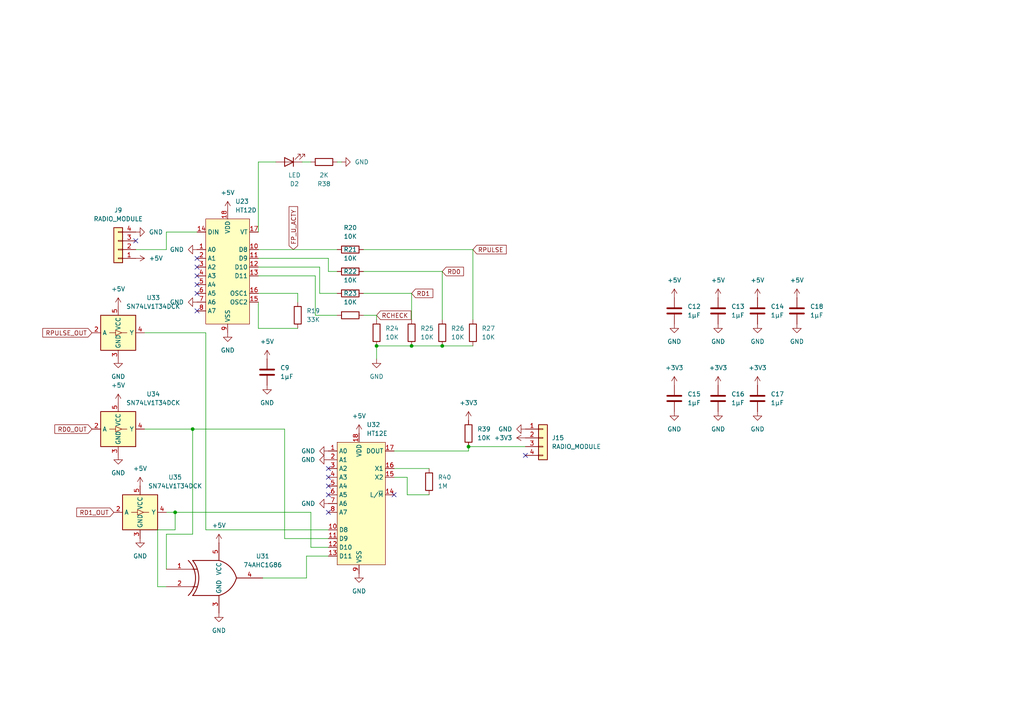
<source format=kicad_sch>
(kicad_sch (version 20250114) (generator "eeschema") (generator_version "9.0")
  (paper "A4")
  (lib_symbols
    (symbol "74xGxx:74AHC1G86"
      (property "Reference" "U" (at -2.54 3.81 0))
      (property "Value" "74AHC1G86" (at 0 -3.81 0))
      (symbol "74AHC1G86_0_1"
        (arc (start -8.89 5.08) (mid -6.7858 0) (end -8.89 -5.08) (stroke (width 0.254)))
        (arc (start -7.62 5.08) (mid -5.838 0) (end -7.62 -5.08) (stroke (width 0.254)))
        (polyline (pts (xy -7.62 2.54) (xy -6.35 2.54)) (stroke (width 0.254)) (fill (type background)))
        (polyline (pts (xy -7.62 -2.54) (xy -6.35 -2.54)) (stroke (width 0.254)) (fill (type background)))
        (arc (start 5.08 0) (mid 3.202 -3.202) (end 0 -5.08) (stroke (width 0.254)))
        (arc (start 0 5.08) (mid 3.2271 3.2271) (end 5.08 0) (stroke (width 0.254)))
        (polyline (pts (xy 0 5.08) (xy -7.62 5.08)) (stroke (width 0.254)) (fill (type background)))
        (polyline (pts (xy 0 -5.08) (xy -7.62 -5.08)) (stroke (width 0.254)) (fill (type background)))
      )
      (symbol "74AHC1G86_1_1"
        (pin input line (at -15.24 2.54 0) (length 7.62) (name "~") (number "1"))
        (pin input line (at -15.24 -2.54 0) (length 7.62) (name "~") (number "2"))
        (pin power_in line (at 0 10.16 270) (length 5.08) (name "VCC") (number "5"))
        (pin power_in line (at 0 -10.16 90) (length 5.08) (name "GND") (number "3"))
        (pin output line (at 12.7 0 180) (length 7.62) (name "~") (number "4"))
      )
    )
    (symbol "Connector_Generic:Conn_01x04" (pin_names (offset 1.016) (hide yes))
      (property "Reference" "J" (at 0 5.08 0))
      (property "Value" "Conn_01x04" (at 0 -7.62 0))
      (symbol "Conn_01x04_1_1"
        (rectangle (start -1.27 3.81) (end 1.27 -6.35) (stroke (width 0.254)) (fill (type background)))
        (rectangle (start -1.27 2.667) (end 0 2.413) (stroke (width 0.1524)))
        (rectangle (start -1.27 0.127) (end 0 -0.127) (stroke (width 0.1524)))
        (rectangle (start -1.27 -2.413) (end 0 -2.667) (stroke (width 0.1524)))
        (rectangle (start -1.27 -4.953) (end 0 -5.207) (stroke (width 0.1524)))
        (pin passive line (at -5.08 2.54 0) (length 3.81) (name "Pin_1") (number "1"))
        (pin passive line (at -5.08 0 0) (length 3.81) (name "Pin_2") (number "2"))
        (pin passive line (at -5.08 -2.54 0) (length 3.81) (name "Pin_3") (number "3"))
        (pin passive line (at -5.08 -5.08 0) (length 3.81) (name "Pin_4") (number "4"))
      )
    )
    (symbol "Device:C" (pin_numbers (hide yes)) (pin_names (offset 0.254))
      (property "Reference" "C" (at 0.635 2.54 0))
      (property "Value" "C" (at 0.635 -2.54 0))
      (symbol "C_0_1"
        (polyline (pts (xy -2.032 0.762) (xy 2.032 0.762)) (stroke (width 0.508)))
        (polyline (pts (xy -2.032 -0.762) (xy 2.032 -0.762)) (stroke (width 0.508)))
      )
      (symbol "C_1_1"
        (pin passive line (at 0 3.81 270) (length 2.794) (name "~") (number "1"))
        (pin passive line (at 0 -3.81 90) (length 2.794) (name "~") (number "2"))
      )
    )
    (symbol "Device:LED" (pin_numbers (hide yes)) (pin_names (offset 1.016) (hide yes))
      (property "Reference" "D" (at 0 2.54 0))
      (property "Value" "LED" (at 0 -2.54 0))
      (symbol "LED_0_1"
        (polyline (pts (xy -3.048 -0.762) (xy -4.572 -2.286) (xy -3.81 -2.286) (xy -4.572 -2.286) (xy -4.572 -1.524)))
        (polyline (pts (xy -1.778 -0.762) (xy -3.302 -2.286) (xy -2.54 -2.286) (xy -3.302 -2.286) (xy -3.302 -1.524)))
        (polyline (pts (xy -1.27 0) (xy 1.27 0)))
        (polyline (pts (xy -1.27 -1.27) (xy -1.27 1.27)) (stroke (width 0.254)))
        (polyline (pts (xy 1.27 -1.27) (xy 1.27 1.27) (xy -1.27 0) (xy 1.27 -1.27)) (stroke (width 0.254)))
      )
      (symbol "LED_1_1"
        (pin passive line (at -3.81 0 0) (length 2.54) (name "K") (number "1"))
        (pin passive line (at 3.81 0 180) (length 2.54) (name "A") (number "2"))
      )
    )
    (symbol "Device:R" (pin_numbers (hide yes)) (pin_names (offset 0))
      (property "Reference" "R" (at 2.032 0 90))
      (property "Value" "R" (at 0 0 90))
      (symbol "R_0_1"
        (rectangle (start -1.016 -2.54) (end 1.016 2.54) (stroke (width 0.254)))
      )
      (symbol "R_1_1"
        (pin passive line (at 0 3.81 270) (length 1.27) (name "~") (number "1"))
        (pin passive line (at 0 -3.81 90) (length 1.27) (name "~") (number "2"))
      )
    )
    (symbol "Logic_LevelTranslator:SN74LV1T34DCK"
      (property "Reference" "U" (at 5.08 6.35 0))
      (property "Value" "SN74LV1T34DCK" (at 5.08 3.81 0))
      (symbol "SN74LV1T34DCK_0_1"
        (rectangle (start -5.08 5.08) (end 5.08 -5.08) (stroke (width 0.254)) (fill (type background)))
        (polyline (pts (xy -0.762 0) (xy -2.54 0)))
        (polyline (pts (xy 1.016 0) (xy 2.54 0)))
      )
      (symbol "SN74LV1T34DCK_1_1"
        (polyline (pts (xy -0.762 -0.762) (xy -0.762 0.762) (xy 1.016 0) (xy -0.762 -0.762)))
        (pin input line (at -7.62 0 0) (length 2.54) (name "A") (number "2"))
        (pin no_connect line (at -5.08 2.54 0) (length 2.54) (hide yes) (name "NC") (number "1"))
        (pin power_in line (at 0 7.62 270) (length 2.54) (name "VCC") (number "5"))
        (pin power_in line (at 0 -7.62 90) (length 2.54) (name "GND") (number "3"))
        (pin output line (at 7.62 0 180) (length 2.54) (name "Y") (number "4"))
      )
    )
    (symbol "TholinsStuff:HT12D"
      (property "Reference" "U" (at 0 0 0))
      (property "Value" "HT12D" (at 0 0 0))
      (symbol "HT12D_0_0"
        (pin input line (at -8.89 -8.89 0) (length 2.54) (name "DIN") (number "14"))
        (pin input line (at -8.89 -13.97 0) (length 2.54) (name "A0") (number "1"))
        (pin input line (at -8.89 -16.51 0) (length 2.54) (name "A1") (number "2"))
        (pin input line (at -8.89 -19.05 0) (length 2.54) (name "A2") (number "3"))
        (pin input line (at -8.89 -21.59 0) (length 2.54) (name "A3") (number "4"))
        (pin input line (at -8.89 -24.13 0) (length 2.54) (name "A4") (number "5"))
        (pin input line (at -8.89 -26.67 0) (length 2.54) (name "A5") (number "6"))
        (pin input line (at -8.89 -29.21 0) (length 2.54) (name "A6") (number "7"))
        (pin input line (at -8.89 -31.75 0) (length 2.54) (name "A7") (number "8"))
        (pin power_in line (at 0 -2.54 270) (length 2.54) (name "VDD") (number "18"))
        (pin power_in line (at 0 -38.1 90) (length 2.54) (name "VSS") (number "9"))
        (pin output line (at 8.89 -8.89 180) (length 2.54) (name "VT") (number "17"))
        (pin output line (at 8.89 -13.97 180) (length 2.54) (name "D8") (number "10"))
        (pin output line (at 8.89 -16.51 180) (length 2.54) (name "D9") (number "11"))
        (pin output line (at 8.89 -19.05 180) (length 2.54) (name "D10") (number "12"))
        (pin output line (at 8.89 -21.59 180) (length 2.54) (name "D11") (number "13"))
        (pin bidirectional line (at 8.89 -26.67 180) (length 2.54) (name "OSC1") (number "16"))
        (pin bidirectional line (at 8.89 -29.21 180) (length 2.54) (name "OSC2") (number "15"))
      )
      (symbol "HT12D_1_1"
        (rectangle (start -6.35 -5.08) (end 6.35 -35.56) (fill (type background)))
      )
    )
    (symbol "TholinsStuff:HT12E"
      (property "Reference" "U" (at 0 0 0))
      (property "Value" "HT12E" (at 0 0 0))
      (symbol "HT12E_0_0"
        (pin input line (at -8.89 -7.62 0) (length 2.54) (name "A0") (number "1"))
        (pin input line (at -8.89 -10.16 0) (length 2.54) (name "A1") (number "2"))
        (pin input line (at -8.89 -12.7 0) (length 2.54) (name "A2") (number "3"))
        (pin input line (at -8.89 -15.24 0) (length 2.54) (name "A3") (number "4"))
        (pin input line (at -8.89 -17.78 0) (length 2.54) (name "A4") (number "5"))
        (pin input line (at -8.89 -20.32 0) (length 2.54) (name "A5") (number "6"))
        (pin input line (at -8.89 -22.86 0) (length 2.54) (name "A6") (number "7"))
        (pin input line (at -8.89 -25.4 0) (length 2.54) (name "A7") (number "8"))
        (pin input line (at -8.89 -30.48 0) (length 2.54) (name "D8") (number "10"))
        (pin input line (at -8.89 -33.02 0) (length 2.54) (name "D9") (number "11"))
        (pin input line (at -8.89 -35.56 0) (length 2.54) (name "D10") (number "12"))
        (pin input line (at -8.89 -38.1 0) (length 2.54) (name "D11") (number "13"))
        (pin power_in line (at 0 -2.54 270) (length 2.54) (name "VDD") (number "18"))
        (pin power_in line (at 0 -43.18 90) (length 2.54) (name "VSS") (number "9"))
        (pin output line (at 10.16 -7.62 180) (length 2.54) (name "DOUT") (number "17"))
        (pin bidirectional line (at 10.16 -12.7 180) (length 2.54) (name "X1") (number "16"))
        (pin bidirectional line (at 10.16 -15.24 180) (length 2.54) (name "X2") (number "15"))
        (pin input line (at 10.16 -20.32 180) (length 2.54) (name "L/~{M}") (number "14"))
      )
      (symbol "HT12E_1_1"
        (rectangle (start -6.35 -5.08) (end 7.62 -40.64) (fill (type background)))
      )
    )
    (symbol "power:+3V3" (power) (pin_names (offset 0))
      (property "Value" "+3V3" (at 0 3.556 0))
      (symbol "+3V3_0_1"
        (polyline (pts (xy -0.762 1.27) (xy 0 2.54)))
        (polyline (pts (xy 0 2.54) (xy 0.762 1.27)))
        (polyline (pts (xy 0 0) (xy 0 2.54)))
      )
      (symbol "+3V3_1_1"
        (pin power_in line (at 0 0 90) (length 0) (hide yes) (name "+3V3") (number "1"))
      )
    )
    (symbol "power:+5V" (power) (pin_numbers (hide yes)) (pin_names (offset 0) (hide yes))
      (property "Value" "+5V" (at 0 3.556 0))
      (symbol "+5V_0_1"
        (polyline (pts (xy -0.762 1.27) (xy 0 2.54)))
        (polyline (pts (xy 0 2.54) (xy 0.762 1.27)))
        (polyline (pts (xy 0 0) (xy 0 2.54)))
      )
      (symbol "+5V_1_1"
        (pin power_in line (at 0 0 90) (length 0) (name "~") (number "1"))
      )
    )
    (symbol "power:GND" (power) (pin_names (offset 0))
      (property "Value" "GND" (at 0 -3.81 0))
      (symbol "GND_0_1"
        (polyline (pts (xy 0 0) (xy 0 -1.27) (xy 1.27 -1.27) (xy 0 -2.54) (xy -1.27 -1.27) (xy 0 -1.27)))
      )
      (symbol "GND_1_1"
        (pin power_in line (at 0 0 270) (length 0) (hide yes) (name "GND") (number "1"))
      )
    )
  )
  (junction (at 50.8 148.59))
  (junction (at 135.89 129.54))
  (junction (at 55.88 124.46))
  (junction (at 119.38 100.33))
  (junction (at 128.27 100.33))
  (junction (at 109.22 100.33))
  (no_connect (at 57.15 90.17))
  (no_connect (at 95.25 140.97))
  (no_connect (at 95.25 135.89))
  (no_connect (at 57.15 77.47))
  (no_connect (at 114.3 143.51))
  (no_connect (at 95.25 148.59))
  (no_connect (at 57.15 80.01))
  (no_connect (at 57.15 85.09))
  (no_connect (at 39.37 69.85))
  (no_connect (at 57.15 74.93))
  (no_connect (at 95.25 143.51))
  (no_connect (at 57.15 82.55))
  (no_connect (at 152.4 132.08))
  (no_connect (at 95.25 138.43))
  (wire (pts (xy 48.26 148.59) (xy 50.8 148.59)))
  (wire (pts (xy 91.44 91.44) (xy 97.79 91.44)))
  (wire (pts (xy 82.55 156.21) (xy 95.25 156.21)))
  (wire (pts (xy 48.26 154.94) (xy 55.88 154.94)))
  (wire (pts (xy 59.69 153.67) (xy 95.25 153.67)))
  (wire (pts (xy 74.93 72.39) (xy 97.79 72.39)))
  (wire (pts (xy 119.38 85.09) (xy 119.38 92.71)))
  (wire (pts (xy 41.91 96.52) (xy 59.69 96.52)))
  (wire (pts (xy 114.3 135.89) (xy 124.46 135.89)))
  (wire (pts (xy 137.16 100.33) (xy 128.27 100.33)))
  (wire (pts (xy 48.26 72.39) (xy 39.37 72.39)))
  (wire (pts (xy 95.25 78.74) (xy 97.79 78.74)))
  (wire (pts (xy 128.27 78.74) (xy 128.27 92.71)))
  (wire (pts (xy 82.55 124.46) (xy 82.55 156.21)))
  (wire (pts (xy 41.91 124.46) (xy 55.88 124.46)))
  (wire (pts (xy 135.89 129.54) (xy 152.4 129.54)))
  (wire (pts (xy 92.71 77.47) (xy 92.71 85.09)))
  (wire (pts (xy 114.3 138.43) (xy 118.11 138.43)))
  (wire (pts (xy 128.27 100.33) (xy 119.38 100.33)))
  (wire (pts (xy 90.17 158.75) (xy 95.25 158.75)))
  (wire (pts (xy 48.26 170.18) (xy 45.72 170.18)))
  (wire (pts (xy 118.11 138.43) (xy 118.11 143.51)))
  (wire (pts (xy 119.38 100.33) (xy 109.22 100.33)))
  (wire (pts (xy 105.41 85.09) (xy 119.38 85.09)))
  (wire (pts (xy 88.9 167.64) (xy 76.2 167.64)))
  (wire (pts (xy 118.11 143.51) (xy 124.46 143.51)))
  (wire (pts (xy 105.41 91.44) (xy 109.22 91.44)))
  (wire (pts (xy 45.72 170.18) (xy 45.72 153.67)))
  (wire (pts (xy 105.41 72.39) (xy 137.16 72.39)))
  (wire (pts (xy 109.22 91.44) (xy 109.22 92.71)))
  (wire (pts (xy 137.16 72.39) (xy 137.16 92.71)))
  (wire (pts (xy 105.41 78.74) (xy 128.27 78.74)))
  (wire (pts (xy 95.25 161.29) (xy 88.9 161.29)))
  (wire (pts (xy 109.22 100.33) (xy 109.22 104.14)))
  (wire (pts (xy 74.93 77.47) (xy 92.71 77.47)))
  (wire (pts (xy 50.8 148.59) (xy 90.17 148.59)))
  (wire (pts (xy 114.3 130.81) (xy 135.89 130.81)))
  (wire (pts (xy 91.44 80.01) (xy 91.44 91.44)))
  (wire (pts (xy 86.36 85.09) (xy 86.36 87.63)))
  (wire (pts (xy 74.93 46.99) (xy 74.93 67.31)))
  (wire (pts (xy 74.93 74.93) (xy 95.25 74.93)))
  (wire (pts (xy 48.26 67.31) (xy 48.26 72.39)))
  (wire (pts (xy 74.93 87.63) (xy 74.93 95.25)))
  (wire (pts (xy 95.25 74.93) (xy 95.25 78.74)))
  (wire (pts (xy 88.9 161.29) (xy 88.9 167.64)))
  (wire (pts (xy 92.71 85.09) (xy 97.79 85.09)))
  (wire (pts (xy 50.8 153.67) (xy 50.8 148.59)))
  (wire (pts (xy 55.88 154.94) (xy 55.88 124.46)))
  (wire (pts (xy 135.89 130.81) (xy 135.89 129.54)))
  (wire (pts (xy 74.93 80.01) (xy 91.44 80.01)))
  (wire (pts (xy 74.93 95.25) (xy 86.36 95.25)))
  (wire (pts (xy 80.01 46.99) (xy 74.93 46.99)))
  (wire (pts (xy 55.88 124.46) (xy 82.55 124.46)))
  (wire (pts (xy 74.93 85.09) (xy 86.36 85.09)))
  (wire (pts (xy 45.72 153.67) (xy 50.8 153.67)))
  (wire (pts (xy 57.15 67.31) (xy 48.26 67.31)))
  (wire (pts (xy 48.26 165.1) (xy 48.26 154.94)))
  (wire (pts (xy 97.79 46.99) (xy 99.06 46.99)))
  (wire (pts (xy 59.69 96.52) (xy 59.69 153.67)))
  (wire (pts (xy 90.17 148.59) (xy 90.17 158.75)))
  (wire (pts (xy 87.63 46.99) (xy 90.17 46.99)))
  (global_label "RD1" (shape input) (at 119.38 85.09 0) (property "Intersheetrefs" "${INTERSHEET_REFS}" (effects (hide yes))))
  (global_label "RD0_OUT" (shape input) (at 26.67 124.46 180) (property "Intersheetrefs" "${INTERSHEET_REFS}" (effects (hide yes))))
  (global_label "RD1_OUT" (shape input) (at 33.02 148.59 180) (property "Intersheetrefs" "${INTERSHEET_REFS}" (effects (hide yes))))
  (global_label "RPULSE_OUT" (shape input) (at 26.67 96.52 180) (property "Intersheetrefs" "${INTERSHEET_REFS}" (effects (hide yes))))
  (global_label "FP_U_ACTY" (shape input) (at 85.09 72.39 90) (property "Intersheetrefs" "${INTERSHEET_REFS}" (effects (hide yes))))
  (global_label "RD0" (shape input) (at 128.27 78.74 0) (property "Intersheetrefs" "${INTERSHEET_REFS}" (effects (hide yes))))
  (global_label "RCHECK" (shape input) (at 109.22 91.44 0) (property "Intersheetrefs" "${INTERSHEET_REFS}" (effects (hide yes))))
  (global_label "RPULSE" (shape input) (at 137.16 72.39 0) (property "Intersheetrefs" "${INTERSHEET_REFS}" (effects (hide yes))))
  (symbol (lib_id "power:GND") (at 77.47 111.76 0) (unit 1)
    (property "Reference" "#PWR0103" (effects (hide yes)))
    (property "Value" "GND" (at 77.47 116.84 0))
  )
  (symbol (lib_id "power:+5V") (at 66.04 60.96 0) (unit 1)
    (property "Reference" "#PWR096" (effects (hide yes)))
    (property "Value" "+5V" (at 66.04 55.88 0))
    (property "Description" "Power symbol creates a global label with name \"+5V\"" (effects (hide yes)))
  )
  (symbol (lib_id "power:GND") (at 231.14 93.98 0) (unit 1)
    (property "Reference" "#PWR0164" (effects (hide yes)))
    (property "Value" "GND" (at 231.14 99.06 0))
  )
  (symbol (lib_id "power:GND") (at 57.15 72.39 270) (unit 1)
    (property "Reference" "#PWR098" (effects (hide yes)))
    (property "Value" "GND" (at 53.34 72.3899 90) (effects (justify right)))
  )
  (symbol (lib_id "Device:R") (at 101.6 78.74 90) (unit 1)
    (property "Reference" "R21" (at 101.6 72.39 90))
    (property "Value" "10K" (at 101.6 74.93 90))
    (property "Footprint" "Resistor_SMD:R_1206_3216Metric_Pad1.30x1.75mm_HandSolder" (effects (hide yes)))
  )
  (symbol (lib_id "power:GND") (at 66.04 96.52 0) (unit 1)
    (property "Reference" "#PWR097" (effects (hide yes)))
    (property "Value" "GND" (at 66.04 101.6 0))
  )
  (symbol (lib_id "power:+3V3") (at 208.28 111.76 0) (unit 1)
    (property "Reference" "#PWR0159" (effects (hide yes)))
    (property "Value" "+3V3" (at 208.28 106.68 0))
    (property "Description" "Power symbol creates a global label with name \"+3V3\"" (effects (hide yes)))
  )
  (symbol (lib_id "Device:C") (at 231.14 90.17 180) (unit 1)
    (property "Reference" "C18" (at 234.95 88.8999 0) (effects (justify right)))
    (property "Value" "1µF" (at 234.95 91.4399 0) (effects (justify right)))
    (property "Footprint" "Capacitor_SMD:C_0805_2012Metric_Pad1.18x1.45mm_HandSolder" (effects (hide yes)))
  )
  (symbol (lib_id "Logic_LevelTranslator:SN74LV1T34DCK") (at 34.29 124.46 0) (unit 1)
    (property "Reference" "U34" (at 44.45 114.3 0))
    (property "Value" "SN74LV1T34DCK" (at 44.45 116.84 0))
    (property "Footprint" "Package_TO_SOT_SMD:SOT-23-5" (effects (hide yes)))
    (property "Datasheet" "https://www.ti.com/lit/ds/symlink/sn74lv1t34.pdf" (effects (hide yes)))
    (property "VerilogCode" "assign Y = A;" (effects (hide yes)))
  )
  (symbol (lib_id "power:+5V") (at 208.28 86.36 0) (unit 1)
    (property "Reference" "#PWR0153" (effects (hide yes)))
    (property "Value" "+5V" (at 208.28 81.28 0))
    (property "Description" "Power symbol creates a global label with name \"+5V\"" (effects (hide yes)))
  )
  (symbol (lib_id "power:+3V3") (at 219.71 111.76 0) (unit 1)
    (property "Reference" "#PWR0161" (effects (hide yes)))
    (property "Value" "+3V3" (at 219.71 106.68 0))
    (property "Description" "Power symbol creates a global label with name \"+3V3\"" (effects (hide yes)))
  )
  (symbol (lib_id "power:GND") (at 208.28 93.98 0) (unit 1)
    (property "Reference" "#PWR0154" (effects (hide yes)))
    (property "Value" "GND" (at 208.28 99.06 0))
  )
  (symbol (lib_id "power:+5V") (at 104.14 125.73 0) (unit 1)
    (property "Reference" "#PWR0136" (effects (hide yes)))
    (property "Value" "+5V" (at 104.14 120.65 0))
    (property "Description" "Power symbol creates a global label with name \"+5V\"" (effects (hide yes)))
  )
  (symbol (lib_id "Device:C") (at 219.71 90.17 180) (unit 1)
    (property "Reference" "C14" (at 223.52 88.8999 0) (effects (justify right)))
    (property "Value" "1µF" (at 223.52 91.4399 0) (effects (justify right)))
    (property "Footprint" "Capacitor_SMD:C_0805_2012Metric_Pad1.18x1.45mm_HandSolder" (effects (hide yes)))
  )
  (symbol (lib_id "power:+5V") (at 40.64 140.97 0) (unit 1)
    (property "Reference" "#PWR0145" (effects (hide yes)))
    (property "Value" "+5V" (at 40.64 135.89 0))
    (property "Description" "Power symbol creates a global label with name \"+5V\"" (effects (hide yes)))
  )
  (symbol (lib_id "Device:R") (at 119.38 96.52 180) (unit 1)
    (property "Reference" "R25" (at 121.92 95.2499 0) (effects (justify right)))
    (property "Value" "10K" (at 121.92 97.7899 0) (effects (justify right)))
    (property "Footprint" "Resistor_SMD:R_1206_3216Metric_Pad1.30x1.75mm_HandSolder" (effects (hide yes)))
  )
  (symbol (lib_id "power:GND") (at 195.58 93.98 0) (unit 1)
    (property "Reference" "#PWR0152" (effects (hide yes)))
    (property "Value" "GND" (at 195.58 99.06 0))
  )
  (symbol (lib_id "Device:C") (at 219.71 115.57 180) (unit 1)
    (property "Reference" "C17" (at 223.52 114.2999 0) (effects (justify right)))
    (property "Value" "1µF" (at 223.52 116.8399 0) (effects (justify right)))
    (property "Footprint" "Capacitor_SMD:C_0805_2012Metric_Pad1.18x1.45mm_HandSolder" (effects (hide yes)))
  )
  (symbol (lib_id "power:+5V") (at 63.5 157.48 0) (unit 1)
    (property "Reference" "#PWR0143" (effects (hide yes)))
    (property "Value" "+5V" (at 63.5 152.4 0))
    (property "Description" "Power symbol creates a global label with name \"+5V\"" (effects (hide yes)))
  )
  (symbol (lib_id "power:GND") (at 219.71 119.38 0) (unit 1)
    (property "Reference" "#PWR0162" (effects (hide yes)))
    (property "Value" "GND" (at 219.71 124.46 0))
  )
  (symbol (lib_id "power:GND") (at 95.25 133.35 270) (unit 1)
    (property "Reference" "#PWR0142" (effects (hide yes)))
    (property "Value" "GND" (at 91.44 133.3499 90) (effects (justify right)))
  )
  (symbol (lib_id "power:+3V3") (at 135.89 121.92 0) (unit 1)
    (property "Reference" "#PWR0139" (effects (hide yes)))
    (property "Value" "+3V3" (at 135.89 116.84 0))
    (property "Description" "Power symbol creates a global label with name \"+3V3\"" (effects (hide yes)))
  )
  (symbol (lib_id "power:+3V3") (at 195.58 111.76 0) (unit 1)
    (property "Reference" "#PWR0157" (effects (hide yes)))
    (property "Value" "+3V3" (at 195.58 106.68 0))
    (property "Description" "Power symbol creates a global label with name \"+3V3\"" (effects (hide yes)))
  )
  (symbol (lib_id "Device:R") (at 93.98 46.99 270) (unit 1)
    (property "Reference" "R38" (at 93.98 53.34 90))
    (property "Value" "2K" (at 93.98 50.8 90))
    (property "Footprint" "Resistor_SMD:R_1206_3216Metric_Pad1.30x1.75mm_HandSolder" (effects (hide yes)))
    (property "VerilogCode" "assign _1 = _2;" (effects (hide yes)))
  )
  (symbol (lib_id "power:GND") (at 195.58 119.38 0) (unit 1)
    (property "Reference" "#PWR0158" (effects (hide yes)))
    (property "Value" "GND" (at 195.58 124.46 0))
  )
  (symbol (lib_id "power:GND") (at 208.28 119.38 0) (unit 1)
    (property "Reference" "#PWR0160" (effects (hide yes)))
    (property "Value" "GND" (at 208.28 124.46 0))
  )
  (symbol (lib_id "Device:C") (at 195.58 115.57 180) (unit 1)
    (property "Reference" "C15" (at 199.39 114.2999 0) (effects (justify right)))
    (property "Value" "1µF" (at 199.39 116.8399 0) (effects (justify right)))
    (property "Footprint" "Capacitor_SMD:C_0805_2012Metric_Pad1.18x1.45mm_HandSolder" (effects (hide yes)))
  )
  (symbol (lib_id "power:GND") (at 152.4 124.46 270) (unit 1)
    (property "Reference" "#PWR0137" (effects (hide yes)))
    (property "Value" "GND" (at 148.59 124.4599 90) (effects (justify right)))
  )
  (symbol (lib_id "Device:C") (at 208.28 90.17 180) (unit 1)
    (property "Reference" "C13" (at 212.09 88.8999 0) (effects (justify right)))
    (property "Value" "1µF" (at 212.09 91.4399 0) (effects (justify right)))
    (property "Footprint" "Capacitor_SMD:C_0805_2012Metric_Pad1.18x1.45mm_HandSolder" (effects (hide yes)))
  )
  (symbol (lib_id "power:GND") (at 104.14 166.37 0) (unit 1)
    (property "Reference" "#PWR0119" (effects (hide yes)))
    (property "Value" "GND" (at 104.14 171.45 0))
  )
  (symbol (lib_id "power:GND") (at 99.06 46.99 90) (unit 1)
    (property "Reference" "#PWR0132" (effects (hide yes)))
    (property "Value" "GND" (at 102.87 46.9899 90) (effects (justify right)))
  )
  (symbol (lib_id "power:+5V") (at 219.71 86.36 0) (unit 1)
    (property "Reference" "#PWR0155" (effects (hide yes)))
    (property "Value" "+5V" (at 219.71 81.28 0))
    (property "Description" "Power symbol creates a global label with name \"+5V\"" (effects (hide yes)))
  )
  (symbol (lib_id "74xGxx:74AHC1G86") (at 63.5 167.64 0) (unit 1)
    (property "Reference" "U31" (at 76.2 161.3214 0))
    (property "Value" "74AHC1G86" (at 76.2 163.8614 0))
    (property "Footprint" "Package_TO_SOT_SMD:SOT-23-5_HandSoldering" (effects (hide yes)))
    (property "Datasheet" "http://www.ti.com/lit/sg/scyt129e/scyt129e.pdf" (effects (hide yes)))
    (property "Description" "Single XOR Gate, Low-Voltage CMOS" (effects (hide yes)))
  )
  (symbol (lib_id "Device:R") (at 109.22 96.52 180) (unit 1)
    (property "Reference" "R24" (at 111.76 95.2499 0) (effects (justify right)))
    (property "Value" "10K" (at 111.76 97.7899 0) (effects (justify right)))
    (property "Footprint" "Resistor_SMD:R_1206_3216Metric_Pad1.30x1.75mm_HandSolder" (effects (hide yes)))
  )
  (symbol (lib_id "Device:R") (at 101.6 72.39 90) (unit 1)
    (property "Reference" "R20" (at 101.6 66.04 90))
    (property "Value" "10K" (at 101.6 68.58 90))
    (property "Footprint" "Resistor_SMD:R_1206_3216Metric_Pad1.30x1.75mm_HandSolder" (effects (hide yes)))
  )
  (symbol (lib_id "Device:LED") (at 83.82 46.99 180) (unit 1)
    (property "Reference" "D2" (at 85.4075 53.34 0))
    (property "Value" "LED" (at 85.4075 50.8 0))
    (property "Footprint" "LED_SMD:LED_1206_3216Metric_Pad1.42x1.75mm_HandSolder" (effects (hide yes)))
  )
  (symbol (lib_id "power:+5V") (at 34.29 116.84 0) (unit 1)
    (property "Reference" "#PWR0150" (effects (hide yes)))
    (property "Value" "+5V" (at 34.29 111.76 0))
    (property "Description" "Power symbol creates a global label with name \"+5V\"" (effects (hide yes)))
  )
  (symbol (lib_id "power:GND") (at 34.29 132.08 0) (unit 1)
    (property "Reference" "#PWR0146" (effects (hide yes)))
    (property "Value" "GND" (at 34.29 137.16 0))
  )
  (symbol (lib_id "Device:C") (at 208.28 115.57 180) (unit 1)
    (property "Reference" "C16" (at 212.09 114.2999 0) (effects (justify right)))
    (property "Value" "1µF" (at 212.09 116.8399 0) (effects (justify right)))
    (property "Footprint" "Capacitor_SMD:C_0805_2012Metric_Pad1.18x1.45mm_HandSolder" (effects (hide yes)))
  )
  (symbol (lib_id "Logic_LevelTranslator:SN74LV1T34DCK") (at 40.64 148.59 0) (unit 1)
    (property "Reference" "U35" (at 50.8 138.43 0))
    (property "Value" "SN74LV1T34DCK" (at 50.8 140.97 0))
    (property "Footprint" "Package_TO_SOT_SMD:SOT-23-5" (effects (hide yes)))
    (property "Datasheet" "https://www.ti.com/lit/ds/symlink/sn74lv1t34.pdf" (effects (hide yes)))
    (property "VerilogCode" "assign Y = A;" (effects (hide yes)))
  )
  (symbol (lib_id "power:GND") (at 219.71 93.98 0) (unit 1)
    (property "Reference" "#PWR0156" (effects (hide yes)))
    (property "Value" "GND" (at 219.71 99.06 0))
  )
  (symbol (lib_id "Device:R") (at 86.36 91.44 0) (unit 1)
    (property "Reference" "R19" (at 88.9 90.1699 0) (effects (justify left)))
    (property "Value" "33K" (at 88.9 92.7099 0) (effects (justify left)))
    (property "Footprint" "Resistor_SMD:R_1206_3216Metric_Pad1.30x1.75mm_HandSolder" (effects (hide yes)))
  )
  (symbol (lib_id "power:+5V") (at 195.58 86.36 0) (unit 1)
    (property "Reference" "#PWR0151" (effects (hide yes)))
    (property "Value" "+5V" (at 195.58 81.28 0))
    (property "Description" "Power symbol creates a global label with name \"+5V\"" (effects (hide yes)))
  )
  (symbol (lib_id "Device:R") (at 137.16 96.52 180) (unit 1)
    (property "Reference" "R27" (at 139.7 95.2499 0) (effects (justify right)))
    (property "Value" "10K" (at 139.7 97.7899 0) (effects (justify right)))
    (property "Footprint" "Resistor_SMD:R_1206_3216Metric_Pad1.30x1.75mm_HandSolder" (effects (hide yes)))
  )
  (symbol (lib_id "power:GND") (at 63.5 177.8 0) (unit 1)
    (property "Reference" "#PWR0144" (effects (hide yes)))
    (property "Value" "GND" (at 63.5 182.88 0))
  )
  (symbol (lib_id "power:GND") (at 39.37 67.31 90) (unit 1)
    (property "Reference" "#PWR099" (effects (hide yes)))
    (property "Value" "GND" (at 43.18 67.3099 90) (effects (justify right)))
  )
  (symbol (lib_id "TholinsStuff:HT12E") (at 104.14 123.19 0) (unit 1)
    (property "Reference" "U32" (at 106.3341 123.19 0) (effects (justify left)))
    (property "Value" "HT12E" (at 106.3341 125.73 0) (effects (justify left)))
    (property "Footprint" "Package_DIP:DIP-18_W7.62mm" (effects (hide yes)))
    (property "Datasheet" "https://files.tholin.dev/Public/Datasheets/HT12E.pdf" (effects (hide yes)))
  )
  (symbol (lib_id "Device:R") (at 124.46 139.7 0) (unit 1)
    (property "Reference" "R40" (at 127 138.4299 0) (effects (justify left)))
    (property "Value" "1M" (at 127 140.9699 0) (effects (justify left)))
    (property "Footprint" "Resistor_SMD:R_1206_3216Metric_Pad1.30x1.75mm_HandSolder" (effects (hide yes)))
  )
  (symbol (lib_id "Device:R") (at 101.6 85.09 90) (unit 1)
    (property "Reference" "R22" (at 101.6 78.74 90))
    (property "Value" "10K" (at 101.6 81.28 90))
    (property "Footprint" "Resistor_SMD:R_1206_3216Metric_Pad1.30x1.75mm_HandSolder" (effects (hide yes)))
  )
  (symbol (lib_id "power:GND") (at 34.29 104.14 0) (unit 1)
    (property "Reference" "#PWR0148" (effects (hide yes)))
    (property "Value" "GND" (at 34.29 109.22 0))
  )
  (symbol (lib_id "power:+5V") (at 39.37 74.93 270) (unit 1)
    (property "Reference" "#PWR0100" (effects (hide yes)))
    (property "Value" "+5V" (at 43.18 74.9299 90) (effects (justify left)))
    (property "Description" "Power symbol creates a global label with name \"+5V\"" (effects (hide yes)))
  )
  (symbol (lib_id "Connector_Generic:Conn_01x04") (at 34.29 72.39 180) (unit 1)
    (property "Reference" "J9" (at 34.29 60.96 0))
    (property "Value" "RADIO_MODULE" (at 34.29 63.5 0))
    (property "Footprint" "Connector_PinSocket_2.54mm:PinSocket_1x04_P2.54mm_Vertical" (effects (hide yes)))
    (property "Description" "Generic connector, single row, 01x04, script generated (kicad-library-utils/schlib/autogen/connector/)" (effects (hide yes)))
  )
  (symbol (lib_id "Device:C") (at 77.47 107.95 180) (unit 1)
    (property "Reference" "C9" (at 81.28 106.6799 0) (effects (justify right)))
    (property "Value" "1µF" (at 81.28 109.2199 0) (effects (justify right)))
    (property "Footprint" "Capacitor_SMD:C_0805_2012Metric_Pad1.18x1.45mm_HandSolder" (effects (hide yes)))
  )
  (symbol (lib_id "power:+5V") (at 34.29 88.9 0) (unit 1)
    (property "Reference" "#PWR0149" (effects (hide yes)))
    (property "Value" "+5V" (at 34.29 83.82 0))
    (property "Description" "Power symbol creates a global label with name \"+5V\"" (effects (hide yes)))
  )
  (symbol (lib_id "power:GND") (at 57.15 87.63 270) (unit 1)
    (property "Reference" "#PWR0101" (effects (hide yes)))
    (property "Value" "GND" (at 53.34 87.6299 90) (effects (justify right)))
  )
  (symbol (lib_id "Logic_LevelTranslator:SN74LV1T34DCK") (at 34.29 96.52 0) (unit 1)
    (property "Reference" "U33" (at 44.45 86.36 0))
    (property "Value" "SN74LV1T34DCK" (at 44.45 88.9 0))
    (property "Footprint" "Package_TO_SOT_SMD:SOT-23-5" (effects (hide yes)))
    (property "Datasheet" "https://www.ti.com/lit/ds/symlink/sn74lv1t34.pdf" (effects (hide yes)))
    (property "VerilogCode" "assign Y = A;" (effects (hide yes)))
  )
  (symbol (lib_id "power:+5V") (at 77.47 104.14 0) (unit 1)
    (property "Reference" "#PWR0102" (effects (hide yes)))
    (property "Value" "+5V" (at 77.47 99.06 0))
    (property "Description" "Power symbol creates a global label with name \"+5V\"" (effects (hide yes)))
  )
  (symbol (lib_id "Device:R") (at 101.6 91.44 90) (unit 1)
    (property "Reference" "R23" (at 101.6 85.09 90))
    (property "Value" "10K" (at 101.6 87.63 90))
    (property "Footprint" "Resistor_SMD:R_1206_3216Metric_Pad1.30x1.75mm_HandSolder" (effects (hide yes)))
  )
  (symbol (lib_id "Device:C") (at 195.58 90.17 180) (unit 1)
    (property "Reference" "C12" (at 199.39 88.8999 0) (effects (justify right)))
    (property "Value" "1µF" (at 199.39 91.4399 0) (effects (justify right)))
    (property "Footprint" "Capacitor_SMD:C_0805_2012Metric_Pad1.18x1.45mm_HandSolder" (effects (hide yes)))
  )
  (symbol (lib_id "power:GND") (at 95.25 146.05 270) (unit 1)
    (property "Reference" "#PWR0141" (effects (hide yes)))
    (property "Value" "GND" (at 91.44 146.0499 90) (effects (justify right)))
  )
  (symbol (lib_id "power:+5V") (at 231.14 86.36 0) (unit 1)
    (property "Reference" "#PWR0163" (effects (hide yes)))
    (property "Value" "+5V" (at 231.14 81.28 0))
    (property "Description" "Power symbol creates a global label with name \"+5V\"" (effects (hide yes)))
  )
  (symbol (lib_id "power:+3V3") (at 152.4 127 90) (unit 1)
    (property "Reference" "#PWR0138" (effects (hide yes)))
    (property "Value" "+3V3" (at 148.59 126.9999 90) (effects (justify left)))
    (property "Description" "Power symbol creates a global label with name \"+3V3\"" (effects (hide yes)))
  )
  (symbol (lib_id "Device:R") (at 128.27 96.52 180) (unit 1)
    (property "Reference" "R26" (at 130.81 95.2499 0) (effects (justify right)))
    (property "Value" "10K" (at 130.81 97.7899 0) (effects (justify right)))
    (property "Footprint" "Resistor_SMD:R_1206_3216Metric_Pad1.30x1.75mm_HandSolder" (effects (hide yes)))
  )
  (symbol (lib_id "power:GND") (at 95.25 130.81 270) (unit 1)
    (property "Reference" "#PWR0140" (effects (hide yes)))
    (property "Value" "GND" (at 91.44 130.8099 90) (effects (justify right)))
  )
  (symbol (lib_id "TholinsStuff:HT12D") (at 66.04 58.42 0) (unit 1)
    (property "Reference" "U23" (at 68.2341 58.42 0) (effects (justify left)))
    (property "Value" "HT12D" (at 68.2341 60.96 0) (effects (justify left)))
    (property "Footprint" "Package_DIP:DIP-18_W7.62mm" (effects (hide yes)))
  )
  (symbol (lib_id "Connector_Generic:Conn_01x04") (at 157.48 127 0) (unit 1)
    (property "Reference" "J15" (at 160.02 126.9999 0) (effects (justify left)))
    (property "Value" "RADIO_MODULE" (at 160.02 129.5399 0) (effects (justify left)))
    (property "Footprint" "Connector_PinSocket_2.54mm:PinSocket_1x04_P2.54mm_Vertical" (effects (hide yes)))
    (property "Description" "Generic connector, single row, 01x04, script generated (kicad-library-utils/schlib/autogen/connector/)" (effects (hide yes)))
  )
  (symbol (lib_id "power:GND") (at 40.64 156.21 0) (unit 1)
    (property "Reference" "#PWR0147" (effects (hide yes)))
    (property "Value" "GND" (at 40.64 161.29 0))
  )
  (symbol (lib_id "Device:R") (at 135.89 125.73 180) (unit 1)
    (property "Reference" "R39" (at 138.43 124.4599 0) (effects (justify right)))
    (property "Value" "10K" (at 138.43 126.9999 0) (effects (justify right)))
    (property "Footprint" "Resistor_SMD:R_1206_3216Metric_Pad1.30x1.75mm_HandSolder" (effects (hide yes)))
  )
  (symbol (lib_id "power:GND") (at 109.22 104.14 0) (unit 1)
    (property "Reference" "#PWR0104" (effects (hide yes)))
    (property "Value" "GND" (at 109.22 109.22 0))
  )
)
</source>
